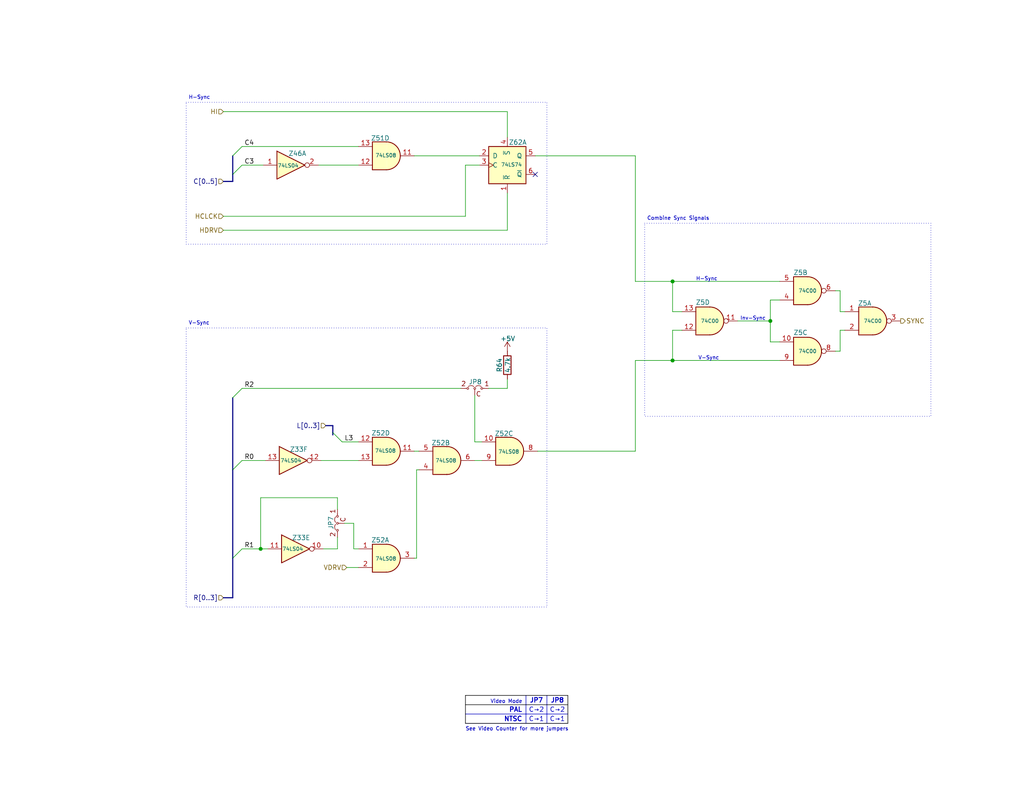
<source format=kicad_sch>
(kicad_sch (version 20250114) (generator "eeschema") (generator_version "9.0")
  (paper "USLetter")
  (title_block (title "TRS-80 Model I Rev HE11E011550") (date "2025-06-15") (rev "E1A") (company "RetroStack - Marcel Erz") (comment 2 "Circuit to combine sync signals and defining front- and back-porches in video signal") (comment 4 "Video Sync"))
  (lib_symbols
    (symbol "74xx:74LS00" (pin_names (offset 1.016))
      (property "Reference" "U" (at 0 1.27 0))
      (property "Value" "74LS00" (at 0 -1.27 0))
      (symbol "74LS00_1_1"
        (arc (start 0 3.81) (mid 3.7934 0) (end 0 -3.81) (stroke (width 0.254)) (fill (type background)))
        (polyline (pts (xy 0 3.81) (xy -3.81 3.81) (xy -3.81 -3.81) (xy 0 -3.81)) (stroke (width 0.254)) (fill (type background)))
        (pin input line (at -7.62 2.54 0) (length 3.81) (name "~") (number "1"))
        (pin input line (at -7.62 -2.54 0) (length 3.81) (name "~") (number "2"))
        (pin output inverted (at 7.62 0 180) (length 3.81) (name "~") (number "3"))
      )
      (symbol "74LS00_1_2"
        (arc (start -3.81 3.81) (mid -2.589 0) (end -3.81 -3.81) (stroke (width 0.254)))
        (polyline (pts (xy -3.81 3.81) (xy -0.635 3.81)) (stroke (width 0.254)) (fill (type background)))
        (polyline (pts (xy -3.81 -3.81) (xy -0.635 -3.81)) (stroke (width 0.254)) (fill (type background)))
        (arc (start 3.81 0) (mid 2.1855 -2.584) (end -0.6096 -3.81) (stroke (width 0.254)) (fill (type background)))
        (arc (start -0.6096 3.81) (mid 2.1928 2.5924) (end 3.81 0) (stroke (width 0.254)) (fill (type background)))
        (polyline (pts (xy -0.635 3.81) (xy -3.81 3.81) (xy -3.81 3.81) (xy -3.556 3.4036) (xy -3.0226 2.2606) (xy -2.6924 1.0414) (xy -2.6162 -0.254) (xy -2.7686 -1.4986) (xy -3.175 -2.7178) (xy -3.81 -3.81) (xy -3.81 -3.81) (xy -0.635 -3.81)) (stroke (width -25.4)) (fill (type background)))
        (pin input inverted (at -7.62 2.54 0) (length 4.318) (name "~") (number "1"))
        (pin input inverted (at -7.62 -2.54 0) (length 4.318) (name "~") (number "2"))
        (pin output line (at 7.62 0 180) (length 3.81) (name "~") (number "3"))
      )
      (symbol "74LS00_2_1"
        (arc (start 0 3.81) (mid 3.7934 0) (end 0 -3.81) (stroke (width 0.254)) (fill (type background)))
        (polyline (pts (xy 0 3.81) (xy -3.81 3.81) (xy -3.81 -3.81) (xy 0 -3.81)) (stroke (width 0.254)) (fill (type background)))
        (pin input line (at -7.62 2.54 0) (length 3.81) (name "~") (number "4"))
        (pin input line (at -7.62 -2.54 0) (length 3.81) (name "~") (number "5"))
        (pin output inverted (at 7.62 0 180) (length 3.81) (name "~") (number "6"))
      )
      (symbol "74LS00_2_2"
        (arc (start -3.81 3.81) (mid -2.589 0) (end -3.81 -3.81) (stroke (width 0.254)))
        (polyline (pts (xy -3.81 3.81) (xy -0.635 3.81)) (stroke (width 0.254)) (fill (type background)))
        (polyline (pts (xy -3.81 -3.81) (xy -0.635 -3.81)) (stroke (width 0.254)) (fill (type background)))
        (arc (start 3.81 0) (mid 2.1855 -2.584) (end -0.6096 -3.81) (stroke (width 0.254)) (fill (type background)))
        (arc (start -0.6096 3.81) (mid 2.1928 2.5924) (end 3.81 0) (stroke (width 0.254)) (fill (type background)))
        (polyline (pts (xy -0.635 3.81) (xy -3.81 3.81) (xy -3.81 3.81) (xy -3.556 3.4036) (xy -3.0226 2.2606) (xy -2.6924 1.0414) (xy -2.6162 -0.254) (xy -2.7686 -1.4986) (xy -3.175 -2.7178) (xy -3.81 -3.81) (xy -3.81 -3.81) (xy -0.635 -3.81)) (stroke (width -25.4)) (fill (type background)))
        (pin input inverted (at -7.62 2.54 0) (length 4.318) (name "~") (number "4"))
        (pin input inverted (at -7.62 -2.54 0) (length 4.318) (name "~") (number "5"))
        (pin output line (at 7.62 0 180) (length 3.81) (name "~") (number "6"))
      )
      (symbol "74LS00_3_1"
        (arc (start 0 3.81) (mid 3.7934 0) (end 0 -3.81) (stroke (width 0.254)) (fill (type background)))
        (polyline (pts (xy 0 3.81) (xy -3.81 3.81) (xy -3.81 -3.81) (xy 0 -3.81)) (stroke (width 0.254)) (fill (type background)))
        (pin input line (at -7.62 2.54 0) (length 3.81) (name "~") (number "9"))
        (pin input line (at -7.62 -2.54 0) (length 3.81) (name "~") (number "10"))
        (pin output inverted (at 7.62 0 180) (length 3.81) (name "~") (number "8"))
      )
      (symbol "74LS00_3_2"
        (arc (start -3.81 3.81) (mid -2.589 0) (end -3.81 -3.81) (stroke (width 0.254)))
        (polyline (pts (xy -3.81 3.81) (xy -0.635 3.81)) (stroke (width 0.254)) (fill (type background)))
        (polyline (pts (xy -3.81 -3.81) (xy -0.635 -3.81)) (stroke (width 0.254)) (fill (type background)))
        (arc (start 3.81 0) (mid 2.1855 -2.584) (end -0.6096 -3.81) (stroke (width 0.254)) (fill (type background)))
        (arc (start -0.6096 3.81) (mid 2.1928 2.5924) (end 3.81 0) (stroke (width 0.254)) (fill (type background)))
        (polyline (pts (xy -0.635 3.81) (xy -3.81 3.81) (xy -3.81 3.81) (xy -3.556 3.4036) (xy -3.0226 2.2606) (xy -2.6924 1.0414) (xy -2.6162 -0.254) (xy -2.7686 -1.4986) (xy -3.175 -2.7178) (xy -3.81 -3.81) (xy -3.81 -3.81) (xy -0.635 -3.81)) (stroke (width -25.4)) (fill (type background)))
        (pin input inverted (at -7.62 2.54 0) (length 4.318) (name "~") (number "9"))
        (pin input inverted (at -7.62 -2.54 0) (length 4.318) (name "~") (number "10"))
        (pin output line (at 7.62 0 180) (length 3.81) (name "~") (number "8"))
      )
      (symbol "74LS00_4_1"
        (arc (start 0 3.81) (mid 3.7934 0) (end 0 -3.81) (stroke (width 0.254)) (fill (type background)))
        (polyline (pts (xy 0 3.81) (xy -3.81 3.81) (xy -3.81 -3.81) (xy 0 -3.81)) (stroke (width 0.254)) (fill (type background)))
        (pin input line (at -7.62 2.54 0) (length 3.81) (name "~") (number "12"))
        (pin input line (at -7.62 -2.54 0) (length 3.81) (name "~") (number "13"))
        (pin output inverted (at 7.62 0 180) (length 3.81) (name "~") (number "11"))
      )
      (symbol "74LS00_4_2"
        (arc (start -3.81 3.81) (mid -2.589 0) (end -3.81 -3.81) (stroke (width 0.254)))
        (polyline (pts (xy -3.81 3.81) (xy -0.635 3.81)) (stroke (width 0.254)) (fill (type background)))
        (polyline (pts (xy -3.81 -3.81) (xy -0.635 -3.81)) (stroke (width 0.254)) (fill (type background)))
        (arc (start 3.81 0) (mid 2.1855 -2.584) (end -0.6096 -3.81) (stroke (width 0.254)) (fill (type background)))
        (arc (start -0.6096 3.81) (mid 2.1928 2.5924) (end 3.81 0) (stroke (width 0.254)) (fill (type background)))
        (polyline (pts (xy -0.635 3.81) (xy -3.81 3.81) (xy -3.81 3.81) (xy -3.556 3.4036) (xy -3.0226 2.2606) (xy -2.6924 1.0414) (xy -2.6162 -0.254) (xy -2.7686 -1.4986) (xy -3.175 -2.7178) (xy -3.81 -3.81) (xy -3.81 -3.81) (xy -0.635 -3.81)) (stroke (width -25.4)) (fill (type background)))
        (pin input inverted (at -7.62 2.54 0) (length 4.318) (name "~") (number "12"))
        (pin input inverted (at -7.62 -2.54 0) (length 4.318) (name "~") (number "13"))
        (pin output line (at 7.62 0 180) (length 3.81) (name "~") (number "11"))
      )
      (symbol "74LS00_5_0"
        (pin power_in line (at 0 12.7 270) (length 5.08) (name "VCC") (number "14"))
        (pin power_in line (at 0 -12.7 90) (length 5.08) (name "GND") (number "7"))
      )
      (symbol "74LS00_5_1"
        (rectangle (start -5.08 7.62) (end 5.08 -7.62) (stroke (width 0.254)) (fill (type background)))
      )
    )
    (symbol "74xx:74LS04"
      (property "Reference" "U" (at 0 1.27 0))
      (property "Value" "74LS04" (at 0 -1.27 0))
      (symbol "74LS04_1_0"
        (polyline (pts (xy -3.81 3.81) (xy -3.81 -3.81) (xy 3.81 0) (xy -3.81 3.81)) (stroke (width 0.254)) (fill (type background)))
        (pin input line (at -7.62 0 0) (length 3.81) (name "~") (number "1"))
        (pin output inverted (at 7.62 0 180) (length 3.81) (name "~") (number "2"))
      )
      (symbol "74LS04_2_0"
        (polyline (pts (xy -3.81 3.81) (xy -3.81 -3.81) (xy 3.81 0) (xy -3.81 3.81)) (stroke (width 0.254)) (fill (type background)))
        (pin input line (at -7.62 0 0) (length 3.81) (name "~") (number "3"))
        (pin output inverted (at 7.62 0 180) (length 3.81) (name "~") (number "4"))
      )
      (symbol "74LS04_3_0"
        (polyline (pts (xy -3.81 3.81) (xy -3.81 -3.81) (xy 3.81 0) (xy -3.81 3.81)) (stroke (width 0.254)) (fill (type background)))
        (pin input line (at -7.62 0 0) (length 3.81) (name "~") (number "5"))
        (pin output inverted (at 7.62 0 180) (length 3.81) (name "~") (number "6"))
      )
      (symbol "74LS04_4_0"
        (polyline (pts (xy -3.81 3.81) (xy -3.81 -3.81) (xy 3.81 0) (xy -3.81 3.81)) (stroke (width 0.254)) (fill (type background)))
        (pin input line (at -7.62 0 0) (length 3.81) (name "~") (number "9"))
        (pin output inverted (at 7.62 0 180) (length 3.81) (name "~") (number "8"))
      )
      (symbol "74LS04_5_0"
        (polyline (pts (xy -3.81 3.81) (xy -3.81 -3.81) (xy 3.81 0) (xy -3.81 3.81)) (stroke (width 0.254)) (fill (type background)))
        (pin input line (at -7.62 0 0) (length 3.81) (name "~") (number "11"))
        (pin output inverted (at 7.62 0 180) (length 3.81) (name "~") (number "10"))
      )
      (symbol "74LS04_6_0"
        (polyline (pts (xy -3.81 3.81) (xy -3.81 -3.81) (xy 3.81 0) (xy -3.81 3.81)) (stroke (width 0.254)) (fill (type background)))
        (pin input line (at -7.62 0 0) (length 3.81) (name "~") (number "13"))
        (pin output inverted (at 7.62 0 180) (length 3.81) (name "~") (number "12"))
      )
      (symbol "74LS04_7_0"
        (pin power_in line (at 0 12.7 270) (length 5.08) (name "VCC") (number "14"))
        (pin power_in line (at 0 -12.7 90) (length 5.08) (name "GND") (number "7"))
      )
      (symbol "74LS04_7_1"
        (rectangle (start -5.08 7.62) (end 5.08 -7.62) (stroke (width 0.254)) (fill (type background)))
      )
    )
    (symbol "74xx:74LS08" (pin_names (offset 1.016))
      (property "Reference" "U" (at 0 1.27 0))
      (property "Value" "74LS08" (at 0 -1.27 0))
      (symbol "74LS08_1_1"
        (arc (start 0 3.81) (mid 3.7934 0) (end 0 -3.81) (stroke (width 0.254)) (fill (type background)))
        (polyline (pts (xy 0 3.81) (xy -3.81 3.81) (xy -3.81 -3.81) (xy 0 -3.81)) (stroke (width 0.254)) (fill (type background)))
        (pin input line (at -7.62 2.54 0) (length 3.81) (name "~") (number "1"))
        (pin input line (at -7.62 -2.54 0) (length 3.81) (name "~") (number "2"))
        (pin output line (at 7.62 0 180) (length 3.81) (name "~") (number "3"))
      )
      (symbol "74LS08_1_2"
        (arc (start -3.81 3.81) (mid -2.589 0) (end -3.81 -3.81) (stroke (width 0.254)))
        (polyline (pts (xy -3.81 3.81) (xy -0.635 3.81)) (stroke (width 0.254)) (fill (type background)))
        (polyline (pts (xy -3.81 -3.81) (xy -0.635 -3.81)) (stroke (width 0.254)) (fill (type background)))
        (arc (start 3.81 0) (mid 2.1855 -2.584) (end -0.6096 -3.81) (stroke (width 0.254)) (fill (type background)))
        (arc (start -0.6096 3.81) (mid 2.1928 2.5924) (end 3.81 0) (stroke (width 0.254)) (fill (type background)))
        (polyline (pts (xy -0.635 3.81) (xy -3.81 3.81) (xy -3.81 3.81) (xy -3.556 3.4036) (xy -3.0226 2.2606) (xy -2.6924 1.0414) (xy -2.6162 -0.254) (xy -2.7686 -1.4986) (xy -3.175 -2.7178) (xy -3.81 -3.81) (xy -3.81 -3.81) (xy -0.635 -3.81)) (stroke (width -25.4)) (fill (type background)))
        (pin input inverted (at -7.62 2.54 0) (length 4.318) (name "~") (number "1"))
        (pin input inverted (at -7.62 -2.54 0) (length 4.318) (name "~") (number "2"))
        (pin output inverted (at 7.62 0 180) (length 3.81) (name "~") (number "3"))
      )
      (symbol "74LS08_2_1"
        (arc (start 0 3.81) (mid 3.7934 0) (end 0 -3.81) (stroke (width 0.254)) (fill (type background)))
        (polyline (pts (xy 0 3.81) (xy -3.81 3.81) (xy -3.81 -3.81) (xy 0 -3.81)) (stroke (width 0.254)) (fill (type background)))
        (pin input line (at -7.62 2.54 0) (length 3.81) (name "~") (number "4"))
        (pin input line (at -7.62 -2.54 0) (length 3.81) (name "~") (number "5"))
        (pin output line (at 7.62 0 180) (length 3.81) (name "~") (number "6"))
      )
      (symbol "74LS08_2_2"
        (arc (start -3.81 3.81) (mid -2.589 0) (end -3.81 -3.81) (stroke (width 0.254)))
        (polyline (pts (xy -3.81 3.81) (xy -0.635 3.81)) (stroke (width 0.254)) (fill (type background)))
        (polyline (pts (xy -3.81 -3.81) (xy -0.635 -3.81)) (stroke (width 0.254)) (fill (type background)))
        (arc (start 3.81 0) (mid 2.1855 -2.584) (end -0.6096 -3.81) (stroke (width 0.254)) (fill (type background)))
        (arc (start -0.6096 3.81) (mid 2.1928 2.5924) (end 3.81 0) (stroke (width 0.254)) (fill (type background)))
        (polyline (pts (xy -0.635 3.81) (xy -3.81 3.81) (xy -3.81 3.81) (xy -3.556 3.4036) (xy -3.0226 2.2606) (xy -2.6924 1.0414) (xy -2.6162 -0.254) (xy -2.7686 -1.4986) (xy -3.175 -2.7178) (xy -3.81 -3.81) (xy -3.81 -3.81) (xy -0.635 -3.81)) (stroke (width -25.4)) (fill (type background)))
        (pin input inverted (at -7.62 2.54 0) (length 4.318) (name "~") (number "4"))
        (pin input inverted (at -7.62 -2.54 0) (length 4.318) (name "~") (number "5"))
        (pin output inverted (at 7.62 0 180) (length 3.81) (name "~") (number "6"))
      )
      (symbol "74LS08_3_1"
        (arc (start 0 3.81) (mid 3.7934 0) (end 0 -3.81) (stroke (width 0.254)) (fill (type background)))
        (polyline (pts (xy 0 3.81) (xy -3.81 3.81) (xy -3.81 -3.81) (xy 0 -3.81)) (stroke (width 0.254)) (fill (type background)))
        (pin input line (at -7.62 2.54 0) (length 3.81) (name "~") (number "9"))
        (pin input line (at -7.62 -2.54 0) (length 3.81) (name "~") (number "10"))
        (pin output line (at 7.62 0 180) (length 3.81) (name "~") (number "8"))
      )
      (symbol "74LS08_3_2"
        (arc (start -3.81 3.81) (mid -2.589 0) (end -3.81 -3.81) (stroke (width 0.254)))
        (polyline (pts (xy -3.81 3.81) (xy -0.635 3.81)) (stroke (width 0.254)) (fill (type background)))
        (polyline (pts (xy -3.81 -3.81) (xy -0.635 -3.81)) (stroke (width 0.254)) (fill (type background)))
        (arc (start 3.81 0) (mid 2.1855 -2.584) (end -0.6096 -3.81) (stroke (width 0.254)) (fill (type background)))
        (arc (start -0.6096 3.81) (mid 2.1928 2.5924) (end 3.81 0) (stroke (width 0.254)) (fill (type background)))
        (polyline (pts (xy -0.635 3.81) (xy -3.81 3.81) (xy -3.81 3.81) (xy -3.556 3.4036) (xy -3.0226 2.2606) (xy -2.6924 1.0414) (xy -2.6162 -0.254) (xy -2.7686 -1.4986) (xy -3.175 -2.7178) (xy -3.81 -3.81) (xy -3.81 -3.81) (xy -0.635 -3.81)) (stroke (width -25.4)) (fill (type background)))
        (pin input inverted (at -7.62 2.54 0) (length 4.318) (name "~") (number "9"))
        (pin input inverted (at -7.62 -2.54 0) (length 4.318) (name "~") (number "10"))
        (pin output inverted (at 7.62 0 180) (length 3.81) (name "~") (number "8"))
      )
      (symbol "74LS08_4_1"
        (arc (start 0 3.81) (mid 3.7934 0) (end 0 -3.81) (stroke (width 0.254)) (fill (type background)))
        (polyline (pts (xy 0 3.81) (xy -3.81 3.81) (xy -3.81 -3.81) (xy 0 -3.81)) (stroke (width 0.254)) (fill (type background)))
        (pin input line (at -7.62 2.54 0) (length 3.81) (name "~") (number "12"))
        (pin input line (at -7.62 -2.54 0) (length 3.81) (name "~") (number "13"))
        (pin output line (at 7.62 0 180) (length 3.81) (name "~") (number "11"))
      )
      (symbol "74LS08_4_2"
        (arc (start -3.81 3.81) (mid -2.589 0) (end -3.81 -3.81) (stroke (width 0.254)))
        (polyline (pts (xy -3.81 3.81) (xy -0.635 3.81)) (stroke (width 0.254)) (fill (type background)))
        (polyline (pts (xy -3.81 -3.81) (xy -0.635 -3.81)) (stroke (width 0.254)) (fill (type background)))
        (arc (start 3.81 0) (mid 2.1855 -2.584) (end -0.6096 -3.81) (stroke (width 0.254)) (fill (type background)))
        (arc (start -0.6096 3.81) (mid 2.1928 2.5924) (end 3.81 0) (stroke (width 0.254)) (fill (type background)))
        (polyline (pts (xy -0.635 3.81) (xy -3.81 3.81) (xy -3.81 3.81) (xy -3.556 3.4036) (xy -3.0226 2.2606) (xy -2.6924 1.0414) (xy -2.6162 -0.254) (xy -2.7686 -1.4986) (xy -3.175 -2.7178) (xy -3.81 -3.81) (xy -3.81 -3.81) (xy -0.635 -3.81)) (stroke (width -25.4)) (fill (type background)))
        (pin input inverted (at -7.62 2.54 0) (length 4.318) (name "~") (number "12"))
        (pin input inverted (at -7.62 -2.54 0) (length 4.318) (name "~") (number "13"))
        (pin output inverted (at 7.62 0 180) (length 3.81) (name "~") (number "11"))
      )
      (symbol "74LS08_5_0"
        (pin power_in line (at 0 12.7 270) (length 5.08) (name "VCC") (number "14"))
        (pin power_in line (at 0 -12.7 90) (length 5.08) (name "GND") (number "7"))
      )
      (symbol "74LS08_5_1"
        (rectangle (start -5.08 7.62) (end 5.08 -7.62) (stroke (width 0.254)) (fill (type background)))
      )
    )
    (symbol "74xx:74LS74" (pin_names (offset 1.016))
      (property "Reference" "U" (at -7.62 8.89 0))
      (property "Value" "74LS74" (at -7.62 -8.89 0))
      (symbol "74LS74_1_0"
        (pin input line (at -7.62 2.54 0) (length 2.54) (name "D") (number "2"))
        (pin input clock (at -7.62 0 0) (length 2.54) (name "C") (number "3"))
        (pin input line (at 0 7.62 270) (length 2.54) (name "~{S}") (number "4"))
        (pin input line (at 0 -7.62 90) (length 2.54) (name "~{R}") (number "1"))
        (pin output line (at 7.62 2.54 180) (length 2.54) (name "Q") (number "5"))
        (pin output line (at 7.62 -2.54 180) (length 2.54) (name "~{Q}") (number "6"))
      )
      (symbol "74LS74_1_1"
        (rectangle (start -5.08 5.08) (end 5.08 -5.08) (stroke (width 0.254)) (fill (type background)))
      )
      (symbol "74LS74_2_0"
        (pin input line (at -7.62 2.54 0) (length 2.54) (name "D") (number "12"))
        (pin input clock (at -7.62 0 0) (length 2.54) (name "C") (number "11"))
        (pin input line (at 0 7.62 270) (length 2.54) (name "~{S}") (number "10"))
        (pin input line (at 0 -7.62 90) (length 2.54) (name "~{R}") (number "13"))
        (pin output line (at 7.62 2.54 180) (length 2.54) (name "Q") (number "9"))
        (pin output line (at 7.62 -2.54 180) (length 2.54) (name "~{Q}") (number "8"))
      )
      (symbol "74LS74_2_1"
        (rectangle (start -5.08 5.08) (end 5.08 -5.08) (stroke (width 0.254)) (fill (type background)))
      )
      (symbol "74LS74_3_0"
        (pin power_in line (at 0 10.16 270) (length 2.54) (name "VCC") (number "14"))
        (pin power_in line (at 0 -10.16 90) (length 2.54) (name "GND") (number "7"))
      )
      (symbol "74LS74_3_1"
        (rectangle (start -5.08 7.62) (end 5.08 -7.62) (stroke (width 0.254)) (fill (type background)))
      )
    )
    (symbol "Device:R" (pin_numbers (hide yes)) (pin_names (offset 0))
      (property "Reference" "R" (at 2.032 0 90))
      (property "Value" "R" (at 0 0 90))
      (symbol "R_0_1"
        (rectangle (start -1.016 -2.54) (end 1.016 2.54) (stroke (width 0.254)))
      )
      (symbol "R_1_1"
        (pin passive line (at 0 3.81 270) (length 1.27) (name "~") (number "1"))
        (pin passive line (at 0 -3.81 90) (length 1.27) (name "~") (number "2"))
      )
    )
    (symbol "Library:TRS80_Model_I_Jumper_3_Jap" (pin_numbers (hide yes)) (pin_names (offset 0) (hide yes))
      (property "Reference" "JP" (at 0 2.794 0))
      (property "Value" "TRS80_Model_I_Jumper_3_Jap" (at 0 -2.286 0))
      (symbol "TRS80_Model_I_Jumper_3_Jap_0_0"
        (circle (center -0.635 0) (radius 0.254))
        (circle (center 1.27 0) (radius 0.254))
        (circle (center 3.175 0) (radius 0.254))
      )
      (symbol "TRS80_Model_I_Jumper_3_Jap_0_1"
        (polyline (pts (xy -1.27 0) (xy -1.016 0)))
        (arc (start -0.508 0.508) (mid 0.254 0.7613) (end 1.016 0.508))
        (polyline (pts (xy 1.27 -0.635) (xy 1.27 -0.254)))
        (arc (start 1.524 0.508) (mid 2.286 0.7613) (end 3.048 0.508))
        (polyline (pts (xy 3.81 0) (xy 3.556 0)))
      )
      (symbol "TRS80_Model_I_Jumper_3_Jap_1_1"
        (text "1" (at -2.032 1.27 0) (effects (font (size 1.27 1.27))))
        (text "C" (at 0.254 -1.524 0) (effects (font (size 1.27 1.27))))
        (text "2" (at 4.318 1.27 0) (effects (font (size 1.27 1.27))))
        (pin passive line (at -2.54 0 0) (length 1.27) (name "A") (number "1"))
        (pin passive line (at 1.27 -1.905 90) (length 1.27) (name "B") (number "2"))
        (pin passive line (at 5.08 0 180) (length 1.27) (name "A") (number "3"))
      )
    )
    (symbol "power:+5V" (power) (pin_numbers (hide yes)) (pin_names (offset 0) (hide yes))
      (property "Value" "+5V" (at 0 3.556 0))
      (symbol "+5V_0_1"
        (polyline (pts (xy -0.762 1.27) (xy 0 2.54)))
        (polyline (pts (xy 0 2.54) (xy 0.762 1.27)))
        (polyline (pts (xy 0 0) (xy 0 2.54)))
      )
      (symbol "+5V_1_1"
        (pin power_in line (at 0 0 90) (length 0) (name "~") (number "1"))
      )
    )
  )
  (rectangle (start 50.8 27.94) (end 149.225 66.675) (stroke (width 0) (type dot)))
  (rectangle (start 50.8 89.535) (end 149.225 165.735) (stroke (width 0) (type dot)))
  (rectangle (start 175.895 60.96) (end 254 113.665) (stroke (width 0) (type dot)))
  (text "H-Sync" (at 189.865 76.835 0) (effects (font (size 1 1)) (justify left bottom)))
  (text "V-Sync" (at 190.5 98.425 0) (effects (font (size 1 1)) (justify left bottom)))
  (text "Inv-Sync" (at 201.93 87.63 0) (effects (font (size 1 1)) (justify left bottom)))
  (text "H-Sync" (at 51.435 27.305 0) (effects (font (size 1 1)) (justify left bottom)))
  (text "Combine Sync Signals" (at 176.53 60.325 0) (effects (font (size 1 1)) (justify left bottom)))
  (text "V-Sync" (at 51.435 88.9 0) (effects (font (size 1 1)) (justify left bottom)))
  (text "See Video Counter for more jumpers" (at 127 199.136 0) (effects (font (size 1 1)) (justify left)))
  (junction (at 183.515 76.835))
  (junction (at 71.12 149.86))
  (junction (at 210.185 87.63))
  (junction (at 183.515 98.425))
  (no_connect (at 146.05 47.625))
  (bus_entry (at 63.5 128.27) (size 2.54 -2.54))
  (bus_entry (at 63.5 47.625) (size 2.54 -2.54))
  (bus_entry (at 63.5 42.545) (size 2.54 -2.54))
  (bus_entry (at 63.5 152.4) (size 2.54 -2.54))
  (bus_entry (at 90.805 118.11) (size 2.54 2.54))
  (bus_entry (at 63.5 108.585) (size 2.54 -2.54))
  (wire (pts (xy 183.515 90.17) (xy 183.515 98.425)))
  (wire (pts (xy 113.665 152.4) (xy 113.665 128.27)))
  (bus (pts (xy 63.5 152.4) (xy 63.5 163.195)))
  (bus (pts (xy 60.96 163.195) (xy 63.5 163.195)))
  (wire (pts (xy 71.12 149.86) (xy 73.025 149.86)))
  (wire (pts (xy 173.355 123.19) (xy 173.355 98.425)))
  (bus (pts (xy 63.5 42.545) (xy 63.5 47.625)))
  (wire (pts (xy 138.43 103.505) (xy 138.43 106.045)))
  (wire (pts (xy 93.98 142.875) (xy 96.52 142.875)))
  (wire (pts (xy 93.345 120.65) (xy 97.79 120.65)))
  (wire (pts (xy 66.04 45.085) (xy 71.755 45.085)))
  (wire (pts (xy 138.43 37.465) (xy 138.43 30.48)))
  (wire (pts (xy 113.03 123.19) (xy 114.3 123.19)))
  (wire (pts (xy 227.965 79.375) (xy 229.235 79.375)))
  (wire (pts (xy 146.05 42.545) (xy 173.355 42.545)))
  (wire (pts (xy 173.355 42.545) (xy 173.355 76.835)))
  (wire (pts (xy 127 45.085) (xy 127 59.055)))
  (bus (pts (xy 90.805 116.205) (xy 90.805 118.11)))
  (wire (pts (xy 113.665 128.27) (xy 114.3 128.27)))
  (wire (pts (xy 60.96 59.055) (xy 127 59.055)))
  (wire (pts (xy 183.515 76.835) (xy 212.725 76.835)))
  (wire (pts (xy 86.995 45.085) (xy 97.79 45.085)))
  (wire (pts (xy 183.515 98.425) (xy 212.725 98.425)))
  (wire (pts (xy 229.235 85.09) (xy 230.505 85.09)))
  (wire (pts (xy 129.54 120.65) (xy 131.445 120.65)))
  (wire (pts (xy 88.265 149.86) (xy 92.075 149.86)))
  (wire (pts (xy 92.075 135.89) (xy 92.075 139.065)))
  (wire (pts (xy 66.04 40.005) (xy 97.79 40.005)))
  (wire (pts (xy 210.185 81.915) (xy 210.185 87.63)))
  (wire (pts (xy 227.965 95.885) (xy 229.235 95.885)))
  (wire (pts (xy 96.52 149.86) (xy 97.79 149.86)))
  (wire (pts (xy 173.355 98.425) (xy 183.515 98.425)))
  (wire (pts (xy 186.055 85.09) (xy 183.515 85.09)))
  (wire (pts (xy 229.235 90.17) (xy 230.505 90.17)))
  (wire (pts (xy 201.295 87.63) (xy 210.185 87.63)))
  (wire (pts (xy 113.03 42.545) (xy 130.81 42.545)))
  (wire (pts (xy 133.35 106.045) (xy 138.43 106.045)))
  (wire (pts (xy 60.96 62.865) (xy 138.43 62.865)))
  (wire (pts (xy 212.725 81.915) (xy 210.185 81.915)))
  (wire (pts (xy 92.075 146.685) (xy 92.075 149.86)))
  (wire (pts (xy 113.665 152.4) (xy 113.03 152.4)))
  (wire (pts (xy 66.04 149.86) (xy 71.12 149.86)))
  (bus (pts (xy 63.5 47.625) (xy 63.5 49.53)))
  (wire (pts (xy 138.43 52.705) (xy 138.43 62.865)))
  (wire (pts (xy 146.685 123.19) (xy 173.355 123.19)))
  (wire (pts (xy 210.185 93.345) (xy 212.725 93.345)))
  (wire (pts (xy 60.96 30.48) (xy 138.43 30.48)))
  (bus (pts (xy 90.805 118.11) (xy 90.805 118.745)))
  (wire (pts (xy 66.04 106.045) (xy 125.73 106.045)))
  (wire (pts (xy 129.54 125.73) (xy 131.445 125.73)))
  (wire (pts (xy 96.52 142.875) (xy 96.52 149.86)))
  (wire (pts (xy 210.185 87.63) (xy 210.185 93.345)))
  (bus (pts (xy 63.5 108.585) (xy 63.5 128.27)))
  (wire (pts (xy 229.235 79.375) (xy 229.235 85.09)))
  (wire (pts (xy 130.81 45.085) (xy 127 45.085)))
  (wire (pts (xy 94.615 154.94) (xy 97.79 154.94)))
  (wire (pts (xy 229.235 95.885) (xy 229.235 90.17)))
  (wire (pts (xy 173.355 76.835) (xy 183.515 76.835)))
  (wire (pts (xy 71.12 135.89) (xy 71.12 149.86)))
  (bus (pts (xy 63.5 128.27) (xy 63.5 152.4)))
  (wire (pts (xy 186.055 90.17) (xy 183.515 90.17)))
  (bus (pts (xy 60.96 49.53) (xy 63.5 49.53)))
  (wire (pts (xy 71.12 135.89) (xy 92.075 135.89)))
  (wire (pts (xy 66.04 125.73) (xy 72.39 125.73)))
  (wire (pts (xy 129.54 107.95) (xy 129.54 120.65)))
  (wire (pts (xy 183.515 85.09) (xy 183.515 76.835)))
  (wire (pts (xy 87.63 125.73) (xy 97.79 125.73)))
  (bus (pts (xy 88.9 116.205) (xy 90.805 116.205)))
  (table (column_count 3) (border (external yes) (header yes) (stroke (width 0.3) (color 0 0 0 1))) (separators (rows yes) (cols yes)) (column_widths 16.51 5.715 5.715) (row_heights 2.54 2.54 2.54 0) (cells (table_cell "Video Mode" (at 127 189.865 0) (size 16.51 2.54) (margins 0.9525 0.9525 0.9525 0.9525) (span 1 1)) (table_cell "JP7" (at 143.51 189.865 0) (size 5.715 2.54) (margins 0.9525 0.9525 0.9525 0.9525) (span 1 1)) (table_cell "JP8" (at 149.225 189.865 0) (size 5.715 2.54) (margins 0.9525 0.9525 0.9525 0.9525) (span 1 1)) (table_cell "PAL" (at 127 192.405 0) (size 16.51 2.54) (margins 0.9525 0.9525 0.9525 0.9525) (span 1 1)) (table_cell "C→2" (at 143.51 192.405 0) (size 5.715 2.54) (margins 0.9525 0.9525 0.9525 0.9525) (span 1 1)) (table_cell "C→2" (at 149.225 192.405 0) (size 5.715 2.54) (margins 0.9525 0.9525 0.9525 0.9525) (span 1 1)) (table_cell "NTSC" (at 127 194.945 0) (size 16.51 2.54) (margins 0.9525 0.9525 0.9525 0.9525) (span 1 1)) (table_cell "C→1" (at 143.51 194.945 0) (size 5.715 2.54) (margins 0.9525 0.9525 0.9525 0.9525) (span 1 1)) (table_cell "C→1" (at 149.225 194.945 0) (size 5.715 2.54) (margins 0.9525 0.9525 0.9525 0.9525) (span 1 1)) (table_cell "" (at 127 197.485 0) (size 16.51 0) (margins 0.9525 0.9525 0.9525 0.9525) (span 1 1)) (table_cell "" (at 143.51 197.485 0) (size 5.715 0) (margins 0.9525 0.9525 0.9525 0.9525) (span 1 1)) (table_cell "" (at 149.225 197.485 0) (size 5.715 0) (margins 0.9525 0.9525 0.9525 0.9525) (span 1 1))))
  (label "C4" (at 66.675 40.005 0))
  (label "R1" (at 66.675 149.86 0))
  (label "L3" (at 93.98 120.65 0))
  (label "C3" (at 66.675 45.085 0))
  (label "R0" (at 66.675 125.73 0))
  (label "R2" (at 66.675 106.045 0))
  (hierarchical_label "L[0..3]" (shape input) (at 88.9 116.205 180))
  (hierarchical_label "VDRV" (shape input) (at 94.615 154.94 180))
  (hierarchical_label "HI" (shape input) (at 60.96 30.48 180))
  (hierarchical_label "HCLCK" (shape input) (at 60.96 59.055 180))
  (hierarchical_label "HDRV" (shape input) (at 60.96 62.865 180))
  (hierarchical_label "C[0..5]" (shape input) (at 60.96 49.53 180))
  (hierarchical_label "R[0..3]" (shape input) (at 60.96 163.195 180))
  (hierarchical_label "SYNC" (shape output) (at 245.745 87.63 0))
  (symbol (lib_id "power:+5V") (at 138.43 95.885 0) (unit 1)
    (property "Reference" "#PWR02" (effects (hide yes)))
    (property "Value" "+5V" (at 138.557 92.456 0))
    (property "Description" "Power symbol creates a global label with name \"+5V\"" (effects (hide yes)))
  )
  (symbol (lib_id "Library:TRS80_Model_I_Jumper_3_Jap") (at 130.81 106.045 0) (mirror y) (unit 1)
    (property "Reference" "JP8" (at 129.667 104.267 0))
    (property "Value" "TRS80_Model_I_Jumper_3_Jap" (effects (hide yes)))
    (property "Footprint" "Library:TRS80_Model_I_Jumper_3_Open_Jap" (effects (hide yes)))
    (property "Description" "Jumper, 2-pole, small symbol, open" (effects (hide yes)))
  )
  (symbol (lib_id "74xx:74LS74") (at 138.43 45.085 0) (unit 1)
    (property "Reference" "Z62" (at 138.811 38.862 0) (effects (justify left)))
    (property "Value" "74LS74" (at 139.573 44.958 0) (effects (font (size 1 1))))
    (property "Footprint" "Library:TRS80_Model_I_DIP14_Jap" (effects (hide yes)))
    (property "Datasheet" "74xx/74hc_hct74.pdf" (effects (hide yes)))
    (property "Description" "Dual D Flip-flop, Set & Reset" (effects (hide yes)))
  )
  (symbol (lib_id "74xx:74LS00") (at 193.675 87.63 0) (mirror x) (unit 4)
    (property "Reference" "Z32" (at 191.77 82.55 0))
    (property "Value" "74C00" (at 193.675 87.63 0) (effects (font (size 1 1))))
    (property "Footprint" "Library:TRS80_Model_I_DIP14_Jap" (effects (hide yes)))
    (property "Datasheet" "http://www.ti.com/lit/gpn/sn74ls00" (effects (hide yes)))
    (instances (project "Replica" (path "" (reference "Z5") (unit 4))) (project "TRS80_Model_I_G_E1" (path "" (reference "Z32") (unit 4))))
  )
  (symbol (lib_id "74xx:74LS00") (at 238.125 87.63 0) (unit 1)
    (property "Reference" "Z32" (at 235.966 82.804 0))
    (property "Value" "74C00" (at 238.125 87.63 0) (effects (font (size 1 1))))
    (property "Footprint" "Library:TRS80_Model_I_DIP14_Jap" (effects (hide yes)))
    (property "Datasheet" "http://www.ti.com/lit/gpn/sn74ls00" (effects (hide yes)))
    (instances (project "Replica" (path "" (reference "Z5") (unit 1))) (project "TRS80_Model_I_G_E1" (path "" (reference "Z32") (unit 1))))
  )
  (symbol (lib_id "74xx:74LS08") (at 105.41 123.19 0) (unit 4)
    (property "Reference" "Z52" (at 103.886 118.237 0))
    (property "Value" "74LS08" (at 105.156 123.063 0) (effects (font (size 1 1))))
    (property "Footprint" "Library:TRS80_Model_I_DIP14_Jap" (effects (hide yes)))
    (property "Datasheet" "http://www.ti.com/lit/gpn/sn74LS08" (effects (hide yes)))
    (property "Description" "Quad And2" (effects (hide yes)))
  )
  (symbol (lib_id "74xx:74LS08") (at 105.41 42.545 0) (mirror x) (unit 4)
    (property "Reference" "Z51" (at 103.759 37.719 0))
    (property "Value" "74LS08" (at 105.283 42.418 0) (effects (font (size 1 1))))
    (property "Footprint" "Library:TRS80_Model_I_DIP14_Jap" (effects (hide yes)))
    (property "Datasheet" "http://www.ti.com/lit/gpn/sn74LS08" (effects (hide yes)))
    (property "Description" "Quad And2" (effects (hide yes)))
  )
  (symbol (lib_id "Library:TRS80_Model_I_Jumper_3_Jap") (at 92.075 141.605 90) (mirror x) (unit 1)
    (property "Reference" "JP7" (at 90.297 142.748 0))
    (property "Value" "TRS80_Model_I_Jumper_3_Jap" (effects (hide yes)))
    (property "Footprint" "Library:TRS80_Model_I_Jumper_3_Open_HFlipped_VFlipped_Jap" (effects (hide yes)))
    (property "Description" "Jumper, 2-pole, small symbol, open" (effects (hide yes)))
  )
  (symbol (lib_id "74xx:74LS04") (at 80.645 149.86 0) (unit 5)
    (property "Reference" "Z33" (at 82.169 146.812 0))
    (property "Value" "74LS04" (at 79.883 149.86 0) (effects (font (size 1 1))))
    (property "Footprint" "Library:TRS80_Model_I_DIP14_Jap" (effects (hide yes)))
    (property "Datasheet" "http://www.ti.com/lit/gpn/sn74LS04" (effects (hide yes)))
    (property "Description" "Hex Inverter" (effects (hide yes)))
  )
  (symbol (lib_id "74xx:74LS04") (at 80.01 125.73 0) (unit 6)
    (property "Reference" "Z33" (at 81.534 122.682 0))
    (property "Value" "74LS04" (at 79.375 125.73 0) (effects (font (size 1 1))))
    (property "Footprint" "Library:TRS80_Model_I_DIP14_Jap" (effects (hide yes)))
    (property "Datasheet" "http://www.ti.com/lit/gpn/sn74LS04" (effects (hide yes)))
    (property "Description" "Hex Inverter" (effects (hide yes)))
  )
  (symbol (lib_id "Device:R") (at 138.43 99.695 0) (unit 1)
    (property "Reference" "R64" (at 136.271 99.695 90))
    (property "Value" "4.7k" (at 138.557 99.695 90))
    (property "Footprint" "Library:TRS80_Model_I_R_0.25W_Jap" (effects (hide yes)))
    (property "Description" "Resistor" (effects (hide yes)))
  )
  (symbol (lib_id "74xx:74LS08") (at 139.065 123.19 0) (mirror x) (unit 3)
    (property "Reference" "Z52" (at 137.541 118.364 0))
    (property "Value" "74LS08" (at 138.811 123.317 0) (effects (font (size 1 1))))
    (property "Footprint" "Library:TRS80_Model_I_DIP14_Jap" (effects (hide yes)))
    (property "Datasheet" "http://www.ti.com/lit/gpn/sn74LS08" (effects (hide yes)))
    (property "Description" "Quad And2" (effects (hide yes)))
  )
  (symbol (lib_id "74xx:74LS00") (at 220.345 79.375 0) (mirror x) (unit 2)
    (property "Reference" "Z32" (at 218.44 74.422 0))
    (property "Value" "74C00" (at 220.345 79.375 0) (effects (font (size 1 1))))
    (property "Footprint" "Library:TRS80_Model_I_DIP14_Jap" (effects (hide yes)))
    (property "Datasheet" "http://www.ti.com/lit/gpn/sn74ls00" (effects (hide yes)))
    (instances (project "Replica" (path "" (reference "Z5") (unit 2))) (project "TRS80_Model_I_G_E1" (path "" (reference "Z32") (unit 2))))
  )
  (symbol (lib_id "74xx:74LS00") (at 220.345 95.885 0) (mirror x) (unit 3)
    (property "Reference" "Z32" (at 218.44 90.805 0))
    (property "Value" "74C00" (at 220.345 95.885 0) (effects (font (size 1 1))))
    (property "Footprint" "Library:TRS80_Model_I_DIP14_Jap" (effects (hide yes)))
    (property "Datasheet" "http://www.ti.com/lit/gpn/sn74ls00" (effects (hide yes)))
    (instances (project "Replica" (path "" (reference "Z5") (unit 3))) (project "TRS80_Model_I_G_E1" (path "" (reference "Z32") (unit 3))))
  )
  (symbol (lib_id "74xx:74LS08") (at 121.92 125.73 0) (mirror x) (unit 2)
    (property "Reference" "Z52" (at 120.269 120.904 0))
    (property "Value" "74LS08" (at 121.666 125.73 0) (effects (font (size 1 1))))
    (property "Footprint" "Library:TRS80_Model_I_DIP14_Jap" (effects (hide yes)))
    (property "Datasheet" "http://www.ti.com/lit/gpn/sn74LS08" (effects (hide yes)))
    (property "Description" "Quad And2" (effects (hide yes)))
  )
  (symbol (lib_id "74xx:74LS04") (at 79.375 45.085 0) (unit 1)
    (property "Reference" "Z46" (at 81.153 41.91 0))
    (property "Value" "74LS04" (at 78.613 45.212 0) (effects (font (size 1 1))))
    (property "Footprint" "Library:TRS80_Model_I_DIP14_Jap" (effects (hide yes)))
    (property "Datasheet" "http://www.ti.com/lit/gpn/sn74LS04" (effects (hide yes)))
    (property "Description" "Hex Inverter" (effects (hide yes)))
  )
  (symbol (lib_id "74xx:74LS08") (at 105.41 152.4 0) (unit 1)
    (property "Reference" "Z52" (at 103.759 147.447 0))
    (property "Value" "74LS08" (at 105.283 152.527 0) (effects (font (size 1 1))))
    (property "Footprint" "Library:TRS80_Model_I_DIP14_Jap" (effects (hide yes)))
    (property "Datasheet" "http://www.ti.com/lit/gpn/sn74LS08" (effects (hide yes)))
    (property "Description" "Quad And2" (effects (hide yes)))
  )
)
</source>
